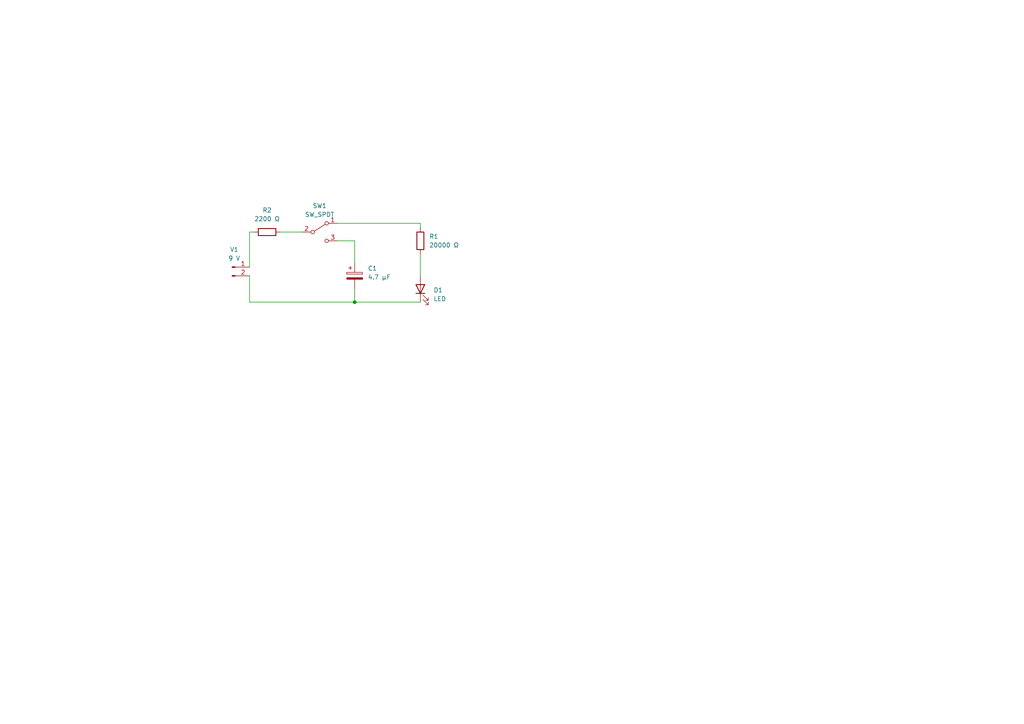
<source format=kicad_sch>
(kicad_sch (version 20211123) (generator eeschema)
  (paper "A4")
  (lib_symbols
    (symbol "Connector:Conn_01x02_Male" (pin_names (offset 1.016) hide)
      (property "Reference" "J" (at 0 2.54 0))
      (property "Value" "Conn_01x02_Male" (at 0 -5.08 0))
      (symbol "Conn_01x02_Male_1_1"
        (polyline (pts (xy 1.27 -2.54) (xy 0.8636 -2.54)) (stroke (width 0.1524)))
        (polyline (pts (xy 1.27 0) (xy 0.8636 0)) (stroke (width 0.1524)))
        (rectangle (start 0.8636 -2.413) (end 0 -2.667) (stroke (width 0.1524)) (fill (type outline)))
        (rectangle (start 0.8636 0.127) (end 0 -0.127) (stroke (width 0.1524)) (fill (type outline)))
        (pin passive line (at 5.08 0 180) (length 3.81) (name "Pin_1") (number "1"))
        (pin passive line (at 5.08 -2.54 180) (length 3.81) (name "Pin_2") (number "2"))
      )
    )
    (symbol "Device:C_Polarized" (pin_numbers hide) (pin_names (offset 0.254))
      (property "Reference" "C" (at 0.635 2.54 0))
      (property "Value" "C_Polarized" (at 0.635 -2.54 0))
      (symbol "C_Polarized_0_1"
        (rectangle (start -2.286 0.508) (end 2.286 1.016))
        (polyline (pts (xy -1.778 2.286) (xy -0.762 2.286)))
        (polyline (pts (xy -1.27 2.794) (xy -1.27 1.778)))
        (rectangle (start 2.286 -0.508) (end -2.286 -1.016) (fill (type outline)))
      )
      (symbol "C_Polarized_1_1"
        (pin passive line (at 0 3.81 270) (length 2.794) (name "~") (number "1"))
        (pin passive line (at 0 -3.81 90) (length 2.794) (name "~") (number "2"))
      )
    )
    (symbol "Device:LED" (pin_numbers hide) (pin_names (offset 1.016) hide)
      (property "Reference" "D" (at 0 2.54 0))
      (property "Value" "LED" (at 0 -2.54 0))
      (symbol "LED_0_1"
        (polyline (pts (xy -1.27 -1.27) (xy -1.27 1.27)) (stroke (width 0.254)))
        (polyline (pts (xy -1.27 0) (xy 1.27 0)))
        (polyline (pts (xy 1.27 -1.27) (xy 1.27 1.27) (xy -1.27 0) (xy 1.27 -1.27)) (stroke (width 0.254)))
        (polyline (pts (xy -3.048 -0.762) (xy -4.572 -2.286) (xy -3.81 -2.286) (xy -4.572 -2.286) (xy -4.572 -1.524)))
        (polyline (pts (xy -1.778 -0.762) (xy -3.302 -2.286) (xy -2.54 -2.286) (xy -3.302 -2.286) (xy -3.302 -1.524)))
      )
      (symbol "LED_1_1"
        (pin passive line (at -3.81 0 0) (length 2.54) (name "K") (number "1"))
        (pin passive line (at 3.81 0 180) (length 2.54) (name "A") (number "2"))
      )
    )
    (symbol "Device:R" (pin_numbers hide) (pin_names (offset 0))
      (property "Reference" "R" (at 2.032 0 90))
      (property "Value" "R" (at 0 0 90))
      (symbol "R_0_1"
        (rectangle (start -1.016 -2.54) (end 1.016 2.54) (stroke (width 0.254)))
      )
      (symbol "R_1_1"
        (pin passive line (at 0 3.81 270) (length 1.27) (name "~") (number "1"))
        (pin passive line (at 0 -3.81 90) (length 1.27) (name "~") (number "2"))
      )
    )
    (symbol "Switch:SW_SPDT" (pin_names (offset 0) hide)
      (property "Reference" "SW" (at 0 4.318 0))
      (property "Value" "SW_SPDT" (at 0 -5.08 0))
      (symbol "SW_SPDT_0_0"
        (circle (center -2.032 0) (radius 0.508))
        (circle (center 2.032 -2.54) (radius 0.508))
      )
      (symbol "SW_SPDT_0_1"
        (polyline (pts (xy -1.524 0.254) (xy 1.651 2.286)))
        (circle (center 2.032 2.54) (radius 0.508))
      )
      (symbol "SW_SPDT_1_1"
        (pin passive line (at 5.08 2.54 180) (length 2.54) (name "A") (number "1"))
        (pin passive line (at -5.08 0 0) (length 2.54) (name "B") (number "2"))
        (pin passive line (at 5.08 -2.54 180) (length 2.54) (name "C") (number "3"))
      )
    )
  )
  (junction (at 102.87 87.63))
  (wire (pts (xy 121.92 87.63) (xy 102.87 87.63)))
  (wire (pts (xy 72.39 67.31) (xy 72.39 77.47)))
  (wire (pts (xy 102.87 83.82) (xy 102.87 87.63)))
  (wire (pts (xy 121.92 64.77) (xy 121.92 66.04)))
  (wire (pts (xy 97.79 69.85) (xy 102.87 69.85)))
  (wire (pts (xy 72.39 87.63) (xy 72.39 80.01)))
  (wire (pts (xy 73.66 67.31) (xy 72.39 67.31)))
  (wire (pts (xy 81.28 67.31) (xy 87.63 67.31)))
  (wire (pts (xy 97.79 64.77) (xy 121.92 64.77)))
  (wire (pts (xy 102.87 87.63) (xy 72.39 87.63)))
  (wire (pts (xy 121.92 73.66) (xy 121.92 80.01)))
  (wire (pts (xy 102.87 69.85) (xy 102.87 76.2)))
  (symbol (lib_id "Device:R") (at 77.47 67.31 270) (unit 1)
    (property "Reference" "R2" (at 77.47 60.96 90))
    (property "Value" "2200 Ω" (at 77.47 63.5 90))
  )
  (symbol (lib_id "Device:R") (at 121.92 69.85 0) (unit 1)
    (property "Reference" "R1" (at 124.46 68.5799 0) (effects (justify left)))
    (property "Value" "20000 Ω" (at 124.46 71.1199 0) (effects (justify left)))
  )
  (symbol (lib_id "Switch:SW_SPDT") (at 92.71 67.31 0) (unit 1)
    (property "Reference" "SW1" (at 92.71 59.69 0))
    (property "Value" "SW_SPDT" (at 92.71 62.23 0))
  )
  (symbol (lib_id "Device:LED") (at 121.92 83.82 90) (unit 1)
    (property "Reference" "D1" (at 125.73 84.1374 90) (effects (justify right)))
    (property "Value" "LED" (at 125.73 86.6774 90) (effects (justify right)))
  )
  (symbol (lib_id "Connector:Conn_01x02_Male") (at 67.31 77.47 0) (unit 1)
    (property "Reference" "V1" (at 67.945 72.39 0))
    (property "Value" "9 V" (at 67.945 74.93 0))
  )
  (symbol (lib_id "Device:C_Polarized") (at 102.87 80.01 0) (unit 1)
    (property "Reference" "C1" (at 106.68 77.8509 0) (effects (justify left)))
    (property "Value" "4.7 µF" (at 106.68 80.3909 0) (effects (justify left)))
  )
)
</source>
